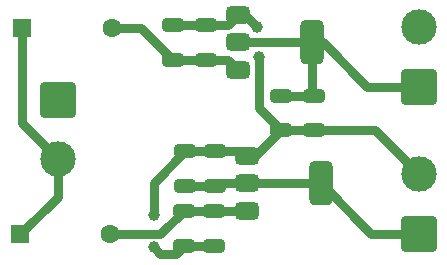
<source format=gbr>
%TF.GenerationSoftware,KiCad,Pcbnew,9.0.5*%
%TF.CreationDate,2025-11-27T16:43:57-05:00*%
%TF.ProjectId,dual_power_supply,6475616c-5f70-46f7-9765-725f73757070,rev?*%
%TF.SameCoordinates,Original*%
%TF.FileFunction,Copper,L1,Top*%
%TF.FilePolarity,Positive*%
%FSLAX46Y46*%
G04 Gerber Fmt 4.6, Leading zero omitted, Abs format (unit mm)*
G04 Created by KiCad (PCBNEW 9.0.5) date 2025-11-27 16:43:57*
%MOMM*%
%LPD*%
G01*
G04 APERTURE LIST*
G04 Aperture macros list*
%AMRoundRect*
0 Rectangle with rounded corners*
0 $1 Rounding radius*
0 $2 $3 $4 $5 $6 $7 $8 $9 X,Y pos of 4 corners*
0 Add a 4 corners polygon primitive as box body*
4,1,4,$2,$3,$4,$5,$6,$7,$8,$9,$2,$3,0*
0 Add four circle primitives for the rounded corners*
1,1,$1+$1,$2,$3*
1,1,$1+$1,$4,$5*
1,1,$1+$1,$6,$7*
1,1,$1+$1,$8,$9*
0 Add four rect primitives between the rounded corners*
20,1,$1+$1,$2,$3,$4,$5,0*
20,1,$1+$1,$4,$5,$6,$7,0*
20,1,$1+$1,$6,$7,$8,$9,0*
20,1,$1+$1,$8,$9,$2,$3,0*%
G04 Aperture macros list end*
%TA.AperFunction,SMDPad,CuDef*%
%ADD10RoundRect,0.250000X-0.650000X0.325000X-0.650000X-0.325000X0.650000X-0.325000X0.650000X0.325000X0*%
%TD*%
%TA.AperFunction,SMDPad,CuDef*%
%ADD11RoundRect,0.250000X0.650000X-0.325000X0.650000X0.325000X-0.650000X0.325000X-0.650000X-0.325000X0*%
%TD*%
%TA.AperFunction,ComponentPad*%
%ADD12RoundRect,0.249999X1.250001X-1.250001X1.250001X1.250001X-1.250001X1.250001X-1.250001X-1.250001X0*%
%TD*%
%TA.AperFunction,ComponentPad*%
%ADD13C,3.000000*%
%TD*%
%TA.AperFunction,ComponentPad*%
%ADD14RoundRect,0.250000X-0.550000X-0.550000X0.550000X-0.550000X0.550000X0.550000X-0.550000X0.550000X0*%
%TD*%
%TA.AperFunction,ComponentPad*%
%ADD15C,1.600000*%
%TD*%
%TA.AperFunction,SMDPad,CuDef*%
%ADD16RoundRect,0.375000X-0.625000X-0.375000X0.625000X-0.375000X0.625000X0.375000X-0.625000X0.375000X0*%
%TD*%
%TA.AperFunction,SMDPad,CuDef*%
%ADD17RoundRect,0.500000X-0.500000X-1.400000X0.500000X-1.400000X0.500000X1.400000X-0.500000X1.400000X0*%
%TD*%
%TA.AperFunction,ComponentPad*%
%ADD18RoundRect,0.249999X-1.250001X1.250001X-1.250001X-1.250001X1.250001X-1.250001X1.250001X1.250001X0*%
%TD*%
%TA.AperFunction,ViaPad*%
%ADD19C,1.000000*%
%TD*%
%TA.AperFunction,Conductor*%
%ADD20C,0.800000*%
%TD*%
G04 APERTURE END LIST*
D10*
%TO.P,C7,1*%
%TO.N,Net-(U1-VI)*%
X125095000Y-98855000D03*
%TO.P,C7,2*%
%TO.N,GND*%
X125095000Y-101805000D03*
%TD*%
D11*
%TO.P,C3,1*%
%TO.N,Net-(U2-VI)*%
X124460000Y-86057000D03*
%TO.P,C3,2*%
%TO.N,GND*%
X124460000Y-83107000D03*
%TD*%
D10*
%TO.P,C5,1*%
%TO.N,Net-(J2-Pin_1)*%
X133604000Y-89076000D03*
%TO.P,C5,2*%
%TO.N,GND*%
X133604000Y-92026000D03*
%TD*%
%TO.P,C4,1*%
%TO.N,Net-(J2-Pin_1)*%
X130810000Y-89076000D03*
%TO.P,C4,2*%
%TO.N,GND*%
X130810000Y-92026000D03*
%TD*%
D12*
%TO.P,J3,1,Pin_1*%
%TO.N,Net-(J3-Pin_1)*%
X142494000Y-100758000D03*
D13*
%TO.P,J3,2,Pin_2*%
%TO.N,GND*%
X142494000Y-95758000D03*
%TD*%
D14*
%TO.P,SW2,1*%
%TO.N,Net-(J1-Pin_2)*%
X108712000Y-100838000D03*
D15*
%TO.P,SW2,2*%
%TO.N,Net-(U1-VI)*%
X116332000Y-100838000D03*
%TD*%
D11*
%TO.P,C8,1*%
%TO.N,Net-(J3-Pin_1)*%
X122682000Y-96725000D03*
%TO.P,C8,2*%
%TO.N,GND*%
X122682000Y-93775000D03*
%TD*%
D12*
%TO.P,J2,1,Pin_1*%
%TO.N,Net-(J2-Pin_1)*%
X142494000Y-88312000D03*
D13*
%TO.P,J2,2,Pin_2*%
%TO.N,GND*%
X142494000Y-83312000D03*
%TD*%
D11*
%TO.P,C9,1*%
%TO.N,Net-(J3-Pin_1)*%
X125222000Y-96725000D03*
%TO.P,C9,2*%
%TO.N,GND*%
X125222000Y-93775000D03*
%TD*%
D10*
%TO.P,C6,1*%
%TO.N,Net-(U1-VI)*%
X122555000Y-98855000D03*
%TO.P,C6,2*%
%TO.N,GND*%
X122555000Y-101805000D03*
%TD*%
D16*
%TO.P,U1,1,GND*%
%TO.N,GND*%
X127914000Y-94220000D03*
%TO.P,U1,2,VO*%
%TO.N,Net-(J3-Pin_1)*%
X127914000Y-96520000D03*
D17*
X134214000Y-96520000D03*
D16*
%TO.P,U1,3,VI*%
%TO.N,Net-(U1-VI)*%
X127914000Y-98820000D03*
%TD*%
D14*
%TO.P,SW1,1*%
%TO.N,Net-(J1-Pin_2)*%
X108850000Y-83324500D03*
D15*
%TO.P,SW1,2*%
%TO.N,Net-(U2-VI)*%
X116470000Y-83324500D03*
%TD*%
D11*
%TO.P,C2,1*%
%TO.N,Net-(U2-VI)*%
X121666000Y-86057000D03*
%TO.P,C2,2*%
%TO.N,GND*%
X121666000Y-83107000D03*
%TD*%
D18*
%TO.P,J1,1,Pin_1*%
%TO.N,GND*%
X111888500Y-89448000D03*
D13*
%TO.P,J1,2,Pin_2*%
%TO.N,Net-(J1-Pin_2)*%
X111888500Y-94448000D03*
%TD*%
D16*
%TO.P,U2,1,GND*%
%TO.N,GND*%
X127152000Y-82282000D03*
%TO.P,U2,2,VO*%
%TO.N,Net-(J2-Pin_1)*%
X127152000Y-84582000D03*
D17*
X133452000Y-84582000D03*
D16*
%TO.P,U2,3,VI*%
%TO.N,Net-(U2-VI)*%
X127152000Y-86882000D03*
%TD*%
D19*
%TO.N,GND*%
X128778000Y-83312000D03*
X120015000Y-101938000D03*
X120015000Y-99187000D03*
X128905000Y-85852000D03*
%TD*%
D20*
%TO.N,GND*%
X120015000Y-96442000D02*
X120015000Y-99187000D01*
X138762000Y-92026000D02*
X142494000Y-95758000D01*
X126327000Y-83107000D02*
X127152000Y-82282000D01*
X125222000Y-93775000D02*
X127469000Y-93775000D01*
X120566000Y-102489000D02*
X121871000Y-102489000D01*
X120015000Y-101938000D02*
X120566000Y-102489000D01*
X127152000Y-82282000D02*
X127748000Y-82282000D01*
X128115000Y-94019000D02*
X127914000Y-94220000D01*
X133604000Y-92026000D02*
X138762000Y-92026000D01*
X122682000Y-93775000D02*
X120015000Y-96442000D01*
X121666000Y-83107000D02*
X124460000Y-83107000D01*
X122555000Y-101805000D02*
X125095000Y-101805000D01*
X121871000Y-102489000D02*
X122555000Y-101805000D01*
X128616000Y-94220000D02*
X130810000Y-92026000D01*
X130810000Y-92026000D02*
X133604000Y-92026000D01*
X124460000Y-83107000D02*
X126327000Y-83107000D01*
X122682000Y-93775000D02*
X125222000Y-93775000D01*
X127748000Y-82282000D02*
X128778000Y-83312000D01*
X127469000Y-93775000D02*
X127914000Y-94220000D01*
X128905000Y-90121000D02*
X130810000Y-92026000D01*
X127914000Y-94220000D02*
X128616000Y-94220000D01*
X128905000Y-85852000D02*
X128905000Y-90121000D01*
%TO.N,Net-(U2-VI)*%
X121666000Y-86057000D02*
X124460000Y-86057000D01*
X124460000Y-86057000D02*
X126327000Y-86057000D01*
X118933500Y-83324500D02*
X121666000Y-86057000D01*
X116470000Y-83324500D02*
X118933500Y-83324500D01*
X126327000Y-86057000D02*
X127152000Y-86882000D01*
%TO.N,Net-(J2-Pin_1)*%
X127152000Y-84582000D02*
X133452000Y-84582000D01*
X133452000Y-84582000D02*
X133452000Y-88924000D01*
X138096000Y-88312000D02*
X142494000Y-88312000D01*
X133452000Y-84582000D02*
X134366000Y-84582000D01*
X134366000Y-84582000D02*
X138096000Y-88312000D01*
X130810000Y-89076000D02*
X133604000Y-89076000D01*
X133452000Y-88924000D02*
X133604000Y-89076000D01*
%TO.N,Net-(U1-VI)*%
X120572000Y-100838000D02*
X122555000Y-98855000D01*
X122555000Y-98855000D02*
X125095000Y-98855000D01*
X127674000Y-99060000D02*
X127914000Y-98820000D01*
X127914000Y-98820000D02*
X125130000Y-98820000D01*
X125130000Y-98820000D02*
X125095000Y-98855000D01*
X116332000Y-100838000D02*
X120572000Y-100838000D01*
%TO.N,Net-(J3-Pin_1)*%
X142494000Y-100758000D02*
X138452000Y-100758000D01*
X125222000Y-96725000D02*
X122682000Y-96725000D01*
X134214000Y-96520000D02*
X127914000Y-96520000D01*
X125427000Y-96520000D02*
X125222000Y-96725000D01*
X127914000Y-96520000D02*
X125427000Y-96520000D01*
X138452000Y-100758000D02*
X134214000Y-96520000D01*
%TO.N,Net-(J1-Pin_2)*%
X108850000Y-83324500D02*
X108850000Y-91409500D01*
X111888500Y-94448000D02*
X111888500Y-97661500D01*
X108850000Y-91409500D02*
X111888500Y-94448000D01*
X111888500Y-97661500D02*
X108712000Y-100838000D01*
%TD*%
M02*

</source>
